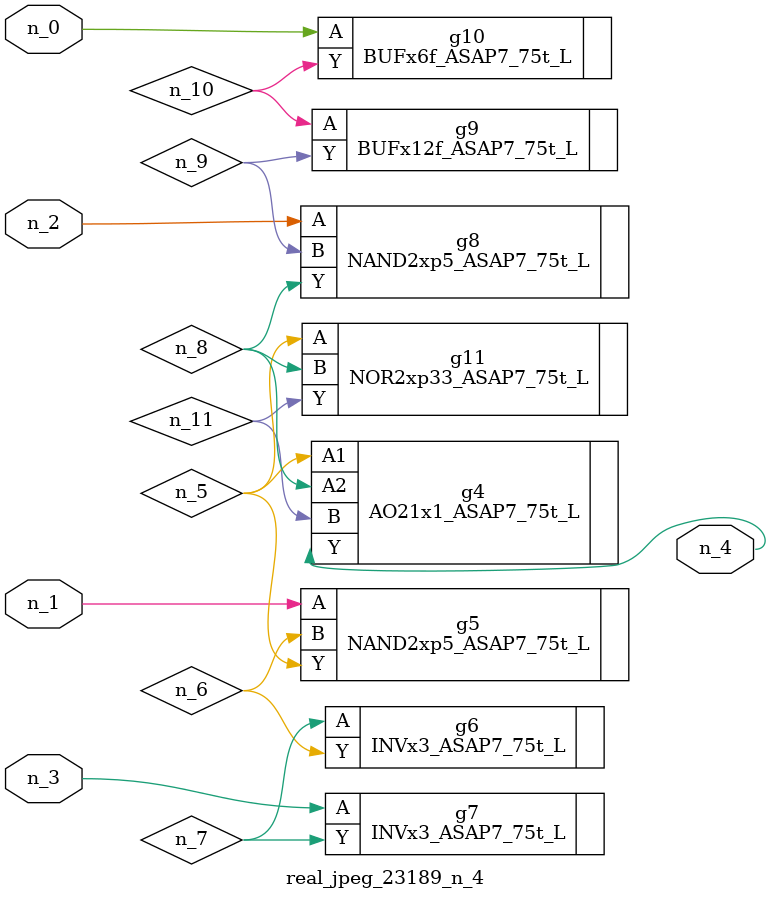
<source format=v>
module real_jpeg_23189_n_4 (n_3, n_1, n_0, n_2, n_4);

input n_3;
input n_1;
input n_0;
input n_2;

output n_4;

wire n_5;
wire n_8;
wire n_11;
wire n_6;
wire n_7;
wire n_10;
wire n_9;

BUFx6f_ASAP7_75t_L g10 ( 
.A(n_0),
.Y(n_10)
);

NAND2xp5_ASAP7_75t_L g5 ( 
.A(n_1),
.B(n_6),
.Y(n_5)
);

NAND2xp5_ASAP7_75t_L g8 ( 
.A(n_2),
.B(n_9),
.Y(n_8)
);

INVx3_ASAP7_75t_L g7 ( 
.A(n_3),
.Y(n_7)
);

AO21x1_ASAP7_75t_L g4 ( 
.A1(n_5),
.A2(n_8),
.B(n_11),
.Y(n_4)
);

NOR2xp33_ASAP7_75t_L g11 ( 
.A(n_5),
.B(n_8),
.Y(n_11)
);

INVx3_ASAP7_75t_L g6 ( 
.A(n_7),
.Y(n_6)
);

BUFx12f_ASAP7_75t_L g9 ( 
.A(n_10),
.Y(n_9)
);


endmodule
</source>
